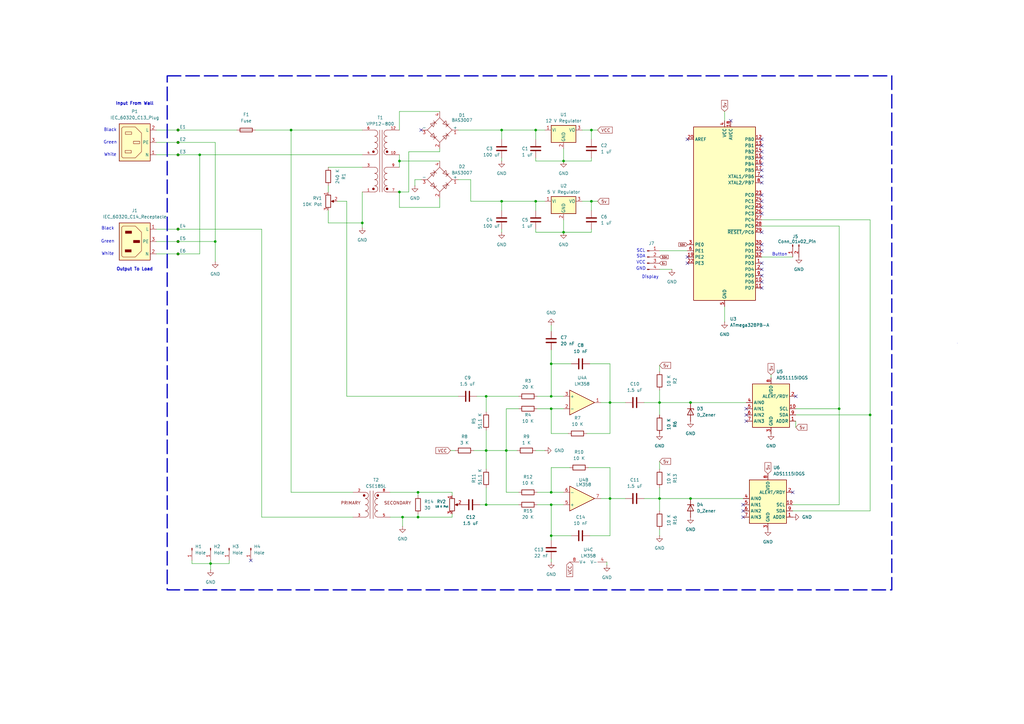
<source format=kicad_sch>
(kicad_sch (version 20250114) (generator "eeschema") (generator_version "9.0")
  (paper "A3")
  (lib_symbols
    (symbol "Amplifier_Operational:LM358" (pin_names (offset 0.127))
      (property "Reference" "U" (at 0 5.08 0))
      (property "Value" "LM358" (at 0 -5.08 0))
      (symbol "LM358_1_1"
        (pin input line (at -7.62 2.54 0) (length 2.54) (name "+") (number "3"))
        (pin input line (at -7.62 -2.54 0) (length 2.54) (name "-") (number "2"))
        (pin output line (at 7.62 0 180) (length 2.54) (name "~") (number "1"))
      )
      (symbol "LM358_2_1"
        (pin input line (at -7.62 2.54 0) (length 2.54) (name "+") (number "5"))
        (pin input line (at -7.62 -2.54 0) (length 2.54) (name "-") (number "6"))
        (pin output line (at 7.62 0 180) (length 2.54) (name "~") (number "7"))
      )
      (symbol "LM358_3_1"
        (pin power_in line (at -2.54 7.62 270) (length 3.81) (name "V+") (number "8"))
        (pin power_in line (at -2.54 -7.62 90) (length 3.81) (name "V-") (number "4"))
      )
    )
    (symbol "Analog_ADC:ADS1115IDGS"
      (property "Reference" "U" (at 2.54 13.97 0))
      (property "Value" "ADS1115IDGS" (at 7.62 11.43 0))
      (symbol "ADS1115IDGS_1_1"
        (pin input line (at -10.16 2.54 0) (length 2.54) (name "AIN0") (number "4"))
        (pin input line (at -10.16 0 0) (length 2.54) (name "AIN1") (number "5"))
        (pin input line (at -10.16 -2.54 0) (length 2.54) (name "AIN2") (number "6"))
        (pin input line (at -10.16 -5.08 0) (length 2.54) (name "AIN3") (number "7"))
        (pin power_in line (at 0 12.7 270) (length 2.54) (name "VDD") (number "8"))
        (pin power_in line (at 0 -10.16 90) (length 2.54) (name "GND") (number "3"))
        (pin output line (at 10.16 5.08 180) (length 2.54) (name "ALERT/RDY") (number "2"))
        (pin input line (at 10.16 0 180) (length 2.54) (name "SCL") (number "10"))
        (pin bidirectional line (at 10.16 -2.54 180) (length 2.54) (name "SDA") (number "9"))
        (pin input line (at 10.16 -5.08 180) (length 2.54) (name "ADDR") (number "1"))
      )
    )
    (symbol "CSE185L:CSE185L" (pin_names (offset 1.016))
      (property "Reference" "T" (at -5.0839 7.6279 0))
      (property "Value" "CSE185L" (at -5.0814 -7.6227 0))
      (symbol "CSE185L_0_0"
        (text "PRIMARY" (at -12.7 0 0) (effects (font (size 1.27 1.27)) (justify left bottom)))
        (text "SECONDARY" (at 5.08 0 0) (effects (font (size 1.27 1.27)) (justify left bottom)))
        (pin passive line (at -7.62 5.08 0) (length 5.08) (name "~") (number "2"))
        (pin passive line (at -7.62 -5.08 0) (length 5.08) (name "~") (number "3"))
        (pin passive line (at 7.62 5.08 180) (length 5.08) (name "~") (number "8"))
        (pin passive line (at 7.62 -5.08 180) (length 5.08) (name "~") (number "5"))
      )
    )
    (symbol "Connector:Conn_01x01_Pin" (pin_names (offset 1.016) (hide yes))
      (property "Reference" "J" (at 0 2.54 0))
      (property "Value" "Conn_01x01_Pin" (at 0 -2.54 0))
      (symbol "Conn_01x01_Pin_1_1"
        (pin passive line (at 5.08 0 180) (length 3.81) (name "Pin_1") (number "1"))
      )
    )
    (symbol "Connector:Conn_01x02_Pin" (pin_names (offset 1.016) (hide yes))
      (property "Reference" "J" (at 0 2.54 0))
      (property "Value" "Conn_01x02_Pin" (at 0 -5.08 0))
      (symbol "Conn_01x02_Pin_1_1"
        (pin passive line (at 5.08 0 180) (length 3.81) (name "Pin_1") (number "1"))
        (pin passive line (at 5.08 -2.54 180) (length 3.81) (name "Pin_2") (number "2"))
      )
    )
    (symbol "Connector:Conn_01x04_Pin" (pin_names (offset 1.016) (hide yes))
      (property "Reference" "J" (at 0 5.08 0))
      (property "Value" "Conn_01x04_Pin" (at 0 -7.62 0))
      (symbol "Conn_01x04_Pin_1_1"
        (pin passive line (at 5.08 2.54 180) (length 3.81) (name "Pin_1") (number "1"))
        (pin passive line (at 5.08 0 180) (length 3.81) (name "Pin_2") (number "2"))
        (pin passive line (at 5.08 -2.54 180) (length 3.81) (name "Pin_3") (number "3"))
        (pin passive line (at 5.08 -5.08 180) (length 3.81) (name "Pin_4") (number "4"))
      )
    )
    (symbol "Connector:IEC_60320_C13_Plug"
      (property "Reference" "P" (at -5.842 8.636 0))
      (property "Value" "IEC_60320_C13_Plug" (at 0.508 -9.144 0))
      (symbol "IEC_60320_C13_Plug_1_1"
        (pin power_in line (at 8.89 5.08 180) (length 2.54) (name "L") (number "2"))
        (pin bidirectional line (at 8.89 0 180) (length 2.54) (name "PE") (number "3"))
        (pin power_in line (at 8.89 -5.08 180) (length 2.54) (name "N") (number "1"))
      )
    )
    (symbol "Connector:IEC_60320_C14_Receptacle"
      (property "Reference" "J" (at -5.842 8.636 0))
      (property "Value" "IEC_60320_C14_Receptacle" (at 0 -9.144 0))
      (symbol "IEC_60320_C14_Receptacle_1_1"
        (pin power_in line (at 8.89 5.08 180) (length 2.54) (name "L") (number "1"))
        (pin bidirectional line (at 8.89 0 180) (length 2.54) (name "PE") (number "3"))
        (pin power_in line (at 8.89 -5.08 180) (length 2.54) (name "N") (number "2"))
      )
    )
    (symbol "Connector:TestPoint_Small" (pin_numbers (hide yes)) (pin_names (offset 0.762) (hide yes))
      (property "Reference" "TP" (at 0 3.81 0))
      (property "Value" "TestPoint_Small" (at 0 2.032 0))
      (symbol "TestPoint_Small_1_1"
        (pin passive line (at 0 0 90) (length 0) (name "1") (number "1"))
      )
    )
    (symbol "Device:C" (pin_numbers (hide yes)) (pin_names (offset 0.254))
      (property "Reference" "C" (at 0.635 2.54 0))
      (property "Value" "C" (at 0.635 -2.54 0))
      (symbol "C_1_1"
        (pin passive line (at 0 3.81 270) (length 2.794) (name "~") (number "1"))
        (pin passive line (at 0 -3.81 90) (length 2.794) (name "~") (number "2"))
      )
    )
    (symbol "Device:D_Zener" (pin_numbers (hide yes)) (pin_names (offset 1.016) (hide yes))
      (property "Reference" "D" (at 0 2.54 0))
      (property "Value" "D_Zener" (at 0 -2.54 0))
      (symbol "D_Zener_1_1"
        (pin passive line (at -3.81 0 0) (length 2.54) (name "K") (number "1"))
        (pin passive line (at 3.81 0 180) (length 2.54) (name "A") (number "2"))
      )
    )
    (symbol "Device:Fuse" (pin_numbers (hide yes)) (pin_names (offset 0))
      (property "Reference" "F" (at 2.032 0 90))
      (property "Value" "Fuse" (at -1.905 0 90))
      (symbol "Fuse_1_1"
        (pin passive line (at 0 3.81 270) (length 1.27) (name "~") (number "1"))
        (pin passive line (at 0 -3.81 90) (length 1.27) (name "~") (number "2"))
      )
    )
    (symbol "Device:R" (pin_numbers (hide yes)) (pin_names (offset 0))
      (property "Reference" "R" (at 2.032 0 90))
      (property "Value" "R" (at 0 0 90))
      (symbol "R_1_1"
        (pin passive line (at 0 3.81 270) (length 1.27) (name "~") (number "1"))
        (pin passive line (at 0 -3.81 90) (length 1.27) (name "~") (number "2"))
      )
    )
    (symbol "Device:R_Potentiometer" (pin_names (offset 1.016) (hide yes))
      (property "Reference" "RV" (at -4.445 0 90))
      (property "Value" "R_Potentiometer" (at -2.54 0 90))
      (symbol "R_Potentiometer_1_1"
        (pin passive line (at 0 3.81 270) (length 1.27) (name "1") (number "1"))
        (pin passive line (at 0 -3.81 90) (length 1.27) (name "3") (number "3"))
        (pin passive line (at 3.81 0 180) (length 1.27) (name "2") (number "2"))
      )
    )
    (symbol "Diode_Bridge:W04G" (pin_names (offset 0))
      (property "Reference" "D" (at 2.54 6.985 0))
      (property "Value" "W04G" (at 2.54 5.08 0))
      (symbol "W04G_1_1"
        (pin passive line (at -7.62 0 0) (length 2.54) (name "-") (number "3"))
        (pin passive line (at 0 7.62 270) (length 2.54) (name "~") (number "4"))
        (pin passive line (at 0 -7.62 90) (length 2.54) (name "~") (number "2"))
        (pin passive line (at 7.62 0 180) (length 2.54) (name "+") (number "1"))
      )
    )
    (symbol "MCU_Microchip_ATmega:ATmega328PB-A"
      (property "Reference" "U" (at -12.7 36.83 0))
      (property "Value" "ATmega328PB-A" (at 2.54 -36.83 0))
      (symbol "ATmega328PB-A_1_1"
        (pin passive line (at -15.24 30.48 0) (length 2.54) (name "AREF") (number "20"))
        (pin bidirectional line (at -15.24 -12.7 0) (length 2.54) (name "PE0") (number "3"))
        (pin bidirectional line (at -15.24 -15.24 0) (length 2.54) (name "PE1") (number "6"))
        (pin bidirectional line (at -15.24 -17.78 0) (length 2.54) (name "PE2") (number "19"))
        (pin bidirectional line (at -15.24 -20.32 0) (length 2.54) (name "PE3") (number "22"))
        (pin power_in line (at 0 38.1 270) (length 2.54) (name "VCC") (number "4"))
        (pin passive line (at 0 -38.1 90) (length 2.54) (hide yes) (name "GND") (number "21"))
        (pin power_in line (at 0 -38.1 90) (length 2.54) (name "GND") (number "5"))
        (pin power_in line (at 2.54 38.1 270) (length 2.54) (name "AVCC") (number "18"))
        (pin bidirectional line (at 15.24 30.48 180) (length 2.54) (name "PB0") (number "12"))
        (pin bidirectional line (at 15.24 27.94 180) (length 2.54) (name "PB1") (number "13"))
        (pin bidirectional line (at 15.24 25.4 180) (length 2.54) (name "PB2") (number "14"))
        (pin bidirectional line (at 15.24 22.86 180) (length 2.54) (name "PB3") (number "15"))
        (pin bidirectional line (at 15.24 20.32 180) (length 2.54) (name "PB4") (number "16"))
        (pin bidirectional line (at 15.24 17.78 180) (length 2.54) (name "PB5") (number "17"))
        (pin bidirectional line (at 15.24 15.24 180) (length 2.54) (name "XTAL1/PB6") (number "7"))
        (pin bidirectional line (at 15.24 12.7 180) (length 2.54) (name "XTAL2/PB7") (number "8"))
        (pin bidirectional line (at 15.24 7.62 180) (length 2.54) (name "PC0") (number "23"))
        (pin bidirectional line (at 15.24 5.08 180) (length 2.54) (name "PC1") (number "24"))
        (pin bidirectional line (at 15.24 2.54 180) (length 2.54) (name "PC2") (number "25"))
        (pin bidirectional line (at 15.24 0 180) (length 2.54) (name "PC3") (number "26"))
        (pin bidirectional line (at 15.24 -2.54 180) (length 2.54) (name "PC4") (number "27"))
        (pin bidirectional line (at 15.24 -5.08 180) (length 2.54) (name "PC5") (number "28"))
        (pin bidirectional line (at 15.24 -7.62 180) (length 2.54) (name "~{RESET}/PC6") (number "29"))
        (pin bidirectional line (at 15.24 -12.7 180) (length 2.54) (name "PD0") (number "30"))
        (pin bidirectional line (at 15.24 -15.24 180) (length 2.54) (name "PD1") (number "31"))
        (pin bidirectional line (at 15.24 -17.78 180) (length 2.54) (name "PD2") (number "32"))
        (pin bidirectional line (at 15.24 -20.32 180) (length 2.54) (name "PD3") (number "1"))
        (pin bidirectional line (at 15.24 -22.86 180) (length 2.54) (name "PD4") (number "2"))
        (pin bidirectional line (at 15.24 -25.4 180) (length 2.54) (name "PD5") (number "9"))
        (pin bidirectional line (at 15.24 -27.94 180) (length 2.54) (name "PD6") (number "10"))
        (pin bidirectional line (at 15.24 -30.48 180) (length 2.54) (name "PD7") (number "11"))
      )
    )
    (symbol "Regulator_Linear:LF15_TO220" (pin_names (offset 0.254))
      (property "Reference" "U" (at -3.81 3.175 0))
      (property "Value" "LF15_TO220" (at 0 3.175 0))
      (symbol "LF15_TO220_1_1"
        (pin power_in line (at -7.62 0 0) (length 2.54) (name "VI") (number "1"))
        (pin power_in line (at 0 -7.62 90) (length 2.54) (name "GND") (number "2"))
        (pin power_out line (at 7.62 0 180) (length 2.54) (name "VO") (number "3"))
      )
    )
    (symbol "VPP12-800:VPP12-800" (pin_names (offset 1.016))
      (property "Reference" "T" (at -5.0839 15.2479 0))
      (property "Value" "VPP12-800" (at -5.0814 -17.7827 0))
      (symbol "VPP12-800_0_0"
        (pin passive line (at -7.62 12.7 0) (length 5.08) (name "~") (number "6"))
        (pin passive line (at -7.62 2.54 0) (length 5.08) (name "~") (number "4"))
        (pin passive line (at -7.62 -2.54 0) (length 5.08) (name "~") (number "3"))
        (pin passive line (at -7.62 -12.7 0) (length 5.08) (name "~") (number "1"))
        (pin passive line (at 7.62 12.7 180) (length 5.08) (name "~") (number "12"))
        (pin passive line (at 7.62 2.54 180) (length 5.08) (name "~") (number "10"))
        (pin passive line (at 7.62 -2.54 180) (length 5.08) (name "~") (number "9"))
        (pin passive line (at 7.62 -12.7 180) (length 5.08) (name "~") (number "7"))
      )
    )
    (symbol "power:GND" (power) (pin_numbers (hide yes)) (pin_names (offset 0) (hide yes))
      (property "Value" "GND" (at 0 -3.81 0))
      (symbol "GND_1_1"
        (pin power_in line (at 0 0 270) (length 0) (name "~") (number "1"))
      )
    )
  )
  (rectangle (start 68.58 31.115) (end 365.76 241.935) (stroke (width 0.508) (type dash)))
  (rectangle (start 392.684 140.716) (end 392.684 140.716))
  (text "Black" (at 44.196 93.726 0) (effects (font (size 1.27 1.27))))
  (text "SDA\n" (at 262.89 105.156 0) (effects (font (size 1.27 1.27))))
  (text "Green" (at 44.196 99.06 0) (effects (font (size 1.27 1.27))))
  (text "Black" (at 45.212 53.34 0) (effects (font (size 1.27 1.27))))
  (text "Button" (at 319.786 104.394 0) (effects (font (size 1.27 1.27))))
  (text "White" (at 44.196 104.14 0) (effects (font (size 1.27 1.27))))
  (text "SCL\n" (at 262.89 102.87 0) (effects (font (size 1.27 1.27))))
  (text "Input From Wall" (at 55.245 42.545 0) (effects (font (size 1.27 1.27) (thickness 0.254) (bold yes))))
  (text "VCC\n" (at 262.89 107.696 0) (effects (font (size 1.27 1.27))))
  (text "GND\n" (at 262.89 110.236 0) (effects (font (size 1.27 1.27))))
  (text "White" (at 45.212 63.5 0) (effects (font (size 1.27 1.27))))
  (text "Display\n" (at 266.7 113.665 0) (effects (font (size 1.27 1.27))))
  (text "Output To Load\n" (at 55.245 110.49 0) (effects (font (size 1.27 1.27) (thickness 0.254) (bold yes))))
  (text "Green" (at 45.212 58.42 0) (effects (font (size 1.27 1.27))))
  (junction (at 356.87 170.18))
  (junction (at 119.38 53.34))
  (junction (at 73.025 93.98))
  (junction (at 73.025 104.14))
  (junction (at 199.39 162.56))
  (junction (at 73.025 99.06))
  (junction (at 205.74 53.34))
  (junction (at 219.71 53.34))
  (junction (at 226.06 167.64))
  (junction (at 270.51 204.47))
  (junction (at 73.025 63.5))
  (junction (at 270.51 165.1))
  (junction (at 163.83 78.74))
  (junction (at 226.06 162.56))
  (junction (at 171.45 201.93))
  (junction (at 199.39 184.785))
  (junction (at 81.915 63.5))
  (junction (at 226.06 207.01))
  (junction (at 148.59 91.44))
  (junction (at 242.57 53.34))
  (junction (at 283.21 165.1))
  (junction (at 165.1 212.09))
  (junction (at 344.17 167.64))
  (junction (at 231.14 95.25))
  (junction (at 283.21 204.47))
  (junction (at 199.39 207.01))
  (junction (at 163.83 66.04))
  (junction (at 88.265 99.06))
  (junction (at 242.57 82.55))
  (junction (at 73.025 58.42))
  (junction (at 86.36 231.14))
  (junction (at 73.025 53.34))
  (junction (at 231.14 66.04))
  (junction (at 250.19 204.47))
  (junction (at 205.74 82.55))
  (junction (at 171.45 212.09))
  (junction (at 226.06 201.93))
  (junction (at 219.71 82.55))
  (junction (at 250.19 165.1))
  (junction (at 207.645 184.785))
  (junction (at 226.06 219.71))
  (junction (at 226.06 149.225))
  (no_connect (at 312.42 67.31))
  (no_connect (at 312.42 115.57))
  (no_connect (at 312.42 62.23))
  (no_connect (at 312.42 59.69))
  (no_connect (at 281.94 105.41))
  (no_connect (at 312.42 102.87))
  (no_connect (at 312.42 110.49))
  (no_connect (at 312.42 118.11))
  (no_connect (at 306.07 170.18))
  (no_connect (at 312.42 69.85))
  (no_connect (at 312.42 113.03))
  (no_connect (at 312.42 80.01))
  (no_connect (at 312.42 57.15))
  (no_connect (at 326.39 162.56))
  (no_connect (at 102.87 229.87))
  (no_connect (at 312.42 72.39))
  (no_connect (at 304.8 212.09))
  (no_connect (at 172.72 53.34))
  (no_connect (at 304.8 209.55))
  (no_connect (at 312.42 85.09))
  (no_connect (at 312.42 107.95))
  (no_connect (at 299.72 49.53))
  (no_connect (at 304.8 207.01))
  (no_connect (at 281.94 57.15))
  (no_connect (at 281.94 107.95))
  (no_connect (at 312.42 87.63))
  (no_connect (at 312.42 95.25))
  (no_connect (at 312.42 82.55))
  (no_connect (at 312.42 74.93))
  (no_connect (at 306.07 172.72))
  (no_connect (at 312.42 64.77))
  (no_connect (at 312.42 100.33))
  (no_connect (at 325.12 201.93))
  (no_connect (at 306.07 167.64))
  (wire (pts (xy 240.665 177.8) (xy 250.19 177.8)))
  (wire (pts (xy 297.18 45.72) (xy 297.18 49.53)))
  (wire (pts (xy 207.645 201.93) (xy 212.725 201.93)))
  (wire (pts (xy 163.83 53.34) (xy 163.83 45.72)))
  (wire (pts (xy 170.18 73.66) (xy 170.18 76.2)))
  (wire (pts (xy 226.06 207.01) (xy 226.06 219.71)))
  (wire (pts (xy 270.51 160.02) (xy 270.51 165.1)))
  (wire (pts (xy 356.87 90.17) (xy 356.87 170.18)))
  (wire (pts (xy 226.06 207.01) (xy 231.14 207.01)))
  (wire (pts (xy 86.36 231.14) (xy 93.98 231.14)))
  (wire (pts (xy 163.83 85.09) (xy 180.34 85.09)))
  (wire (pts (xy 344.17 167.64) (xy 326.39 167.64)))
  (wire (pts (xy 163.83 45.72) (xy 180.34 45.72)))
  (wire (pts (xy 64.135 58.42) (xy 73.025 58.42)))
  (wire (pts (xy 199.39 162.56) (xy 212.725 162.56)))
  (wire (pts (xy 219.71 82.55) (xy 223.52 82.55)))
  (wire (pts (xy 185.42 210.82) (xy 185.42 212.09)))
  (wire (pts (xy 171.45 201.93) (xy 185.42 201.93)))
  (wire (pts (xy 193.04 82.55) (xy 205.74 82.55)))
  (wire (pts (xy 219.71 53.34) (xy 223.52 53.34)))
  (wire (pts (xy 199.39 184.785) (xy 207.645 184.785)))
  (wire (pts (xy 344.17 92.71) (xy 312.42 92.71)))
  (wire (pts (xy 138.43 82.55) (xy 142.24 82.55)))
  (wire (pts (xy 205.74 86.36) (xy 205.74 82.55)))
  (wire (pts (xy 270.51 165.1) (xy 283.21 165.1)))
  (wire (pts (xy 187.96 73.66) (xy 193.04 73.66)))
  (wire (pts (xy 64.135 53.34) (xy 73.025 53.34)))
  (wire (pts (xy 172.72 73.66) (xy 170.18 73.66)))
  (wire (pts (xy 107.315 212.09) (xy 107.315 93.98)))
  (wire (pts (xy 246.38 204.47) (xy 250.19 204.47)))
  (wire (pts (xy 226.06 219.71) (xy 226.06 221.615)))
  (wire (pts (xy 325.12 209.55) (xy 356.87 209.55)))
  (wire (pts (xy 344.17 92.71) (xy 344.17 167.64)))
  (wire (pts (xy 194.31 184.785) (xy 199.39 184.785)))
  (wire (pts (xy 73.025 53.34) (xy 97.155 53.34)))
  (wire (pts (xy 88.265 107.315) (xy 88.265 99.06)))
  (wire (pts (xy 226.06 191.77) (xy 233.68 191.77)))
  (wire (pts (xy 81.915 63.5) (xy 148.59 63.5)))
  (wire (pts (xy 196.85 207.01) (xy 199.39 207.01)))
  (wire (pts (xy 270.51 165.1) (xy 270.51 170.18)))
  (wire (pts (xy 163.83 85.09) (xy 163.83 78.74)))
  (wire (pts (xy 270.51 217.17) (xy 270.51 219.71)))
  (wire (pts (xy 199.39 200.025) (xy 199.39 207.01)))
  (wire (pts (xy 226.06 167.64) (xy 226.06 177.8)))
  (wire (pts (xy 250.19 204.47) (xy 256.54 204.47)))
  (wire (pts (xy 207.645 167.64) (xy 207.645 184.785)))
  (wire (pts (xy 248.92 230.505) (xy 248.92 231.775)))
  (wire (pts (xy 134.62 68.58) (xy 148.59 68.58)))
  (wire (pts (xy 86.36 229.87) (xy 86.36 231.14)))
  (wire (pts (xy 93.98 231.14) (xy 93.98 229.87)))
  (wire (pts (xy 73.025 93.98) (xy 64.135 93.98)))
  (wire (pts (xy 219.71 53.34) (xy 219.71 57.15)))
  (wire (pts (xy 242.57 66.04) (xy 242.57 64.77)))
  (wire (pts (xy 275.59 110.49) (xy 270.51 110.49)))
  (wire (pts (xy 163.83 63.5) (xy 163.83 66.04)))
  (wire (pts (xy 242.57 95.25) (xy 242.57 93.98)))
  (wire (pts (xy 142.24 82.55) (xy 142.24 162.56)))
  (wire (pts (xy 270.51 102.87) (xy 281.94 102.87)))
  (wire (pts (xy 326.39 172.72) (xy 326.39 175.26)))
  (wire (pts (xy 185.42 201.93) (xy 185.42 203.2)))
  (wire (pts (xy 207.645 184.785) (xy 207.645 201.93)))
  (wire (pts (xy 81.915 104.14) (xy 81.915 63.5)))
  (wire (pts (xy 163.83 78.74) (xy 167.64 78.74)))
  (wire (pts (xy 144.78 201.93) (xy 119.38 201.93)))
  (wire (pts (xy 270.51 200.025) (xy 270.51 204.47)))
  (wire (pts (xy 264.16 165.1) (xy 270.51 165.1)))
  (wire (pts (xy 199.39 207.01) (xy 212.725 207.01)))
  (wire (pts (xy 205.74 82.55) (xy 219.71 82.55)))
  (wire (pts (xy 312.42 105.41) (xy 325.12 105.41)))
  (wire (pts (xy 241.3 191.77) (xy 250.19 191.77)))
  (wire (pts (xy 245.11 82.55) (xy 242.57 82.55)))
  (wire (pts (xy 78.74 229.87) (xy 78.74 231.14)))
  (wire (pts (xy 325.12 207.01) (xy 344.17 207.01)))
  (wire (pts (xy 250.19 165.1) (xy 250.19 177.8)))
  (wire (pts (xy 226.06 143.51) (xy 226.06 149.225)))
  (wire (pts (xy 226.06 219.71) (xy 234.315 219.71)))
  (wire (pts (xy 231.14 95.25) (xy 242.57 95.25)))
  (wire (pts (xy 326.39 170.18) (xy 356.87 170.18)))
  (wire (pts (xy 187.96 53.34) (xy 205.74 53.34)))
  (wire (pts (xy 270.51 204.47) (xy 283.21 204.47)))
  (wire (pts (xy 199.39 176.53) (xy 199.39 184.785)))
  (wire (pts (xy 64.135 99.06) (xy 73.025 99.06)))
  (wire (pts (xy 219.71 64.77) (xy 219.71 66.04)))
  (wire (pts (xy 231.14 90.17) (xy 231.14 95.25)))
  (wire (pts (xy 134.62 91.44) (xy 148.59 91.44)))
  (wire (pts (xy 205.74 64.77) (xy 205.74 66.04)))
  (wire (pts (xy 220.345 167.64) (xy 226.06 167.64)))
  (wire (pts (xy 226.06 167.64) (xy 231.14 167.64)))
  (wire (pts (xy 219.71 95.25) (xy 219.71 93.98)))
  (wire (pts (xy 231.14 66.04) (xy 242.57 66.04)))
  (wire (pts (xy 167.64 62.23) (xy 180.34 62.23)))
  (wire (pts (xy 270.51 189.23) (xy 270.51 192.405)))
  (wire (pts (xy 219.71 184.785) (xy 223.52 184.785)))
  (wire (pts (xy 250.19 165.1) (xy 250.19 149.225)))
  (wire (pts (xy 242.57 82.55) (xy 238.76 82.55)))
  (wire (pts (xy 344.17 167.64) (xy 344.17 207.01)))
  (wire (pts (xy 242.57 82.55) (xy 242.57 86.36)))
  (wire (pts (xy 163.83 66.04) (xy 163.83 68.58)))
  (wire (pts (xy 250.19 165.1) (xy 256.54 165.1)))
  (wire (pts (xy 219.71 82.55) (xy 219.71 86.36)))
  (wire (pts (xy 185.42 212.09) (xy 171.45 212.09)))
  (wire (pts (xy 264.16 204.47) (xy 270.51 204.47)))
  (wire (pts (xy 119.38 53.34) (xy 148.59 53.34)))
  (wire (pts (xy 134.62 76.2) (xy 134.62 78.74)))
  (wire (pts (xy 73.025 99.06) (xy 88.265 99.06)))
  (wire (pts (xy 184.785 184.785) (xy 186.69 184.785)))
  (wire (pts (xy 165.1 212.09) (xy 165.1 215.9)))
  (wire (pts (xy 220.345 207.01) (xy 226.06 207.01)))
  (wire (pts (xy 195.58 162.56) (xy 199.39 162.56)))
  (wire (pts (xy 270.51 204.47) (xy 270.51 209.55)))
  (wire (pts (xy 241.935 219.71) (xy 250.19 219.71)))
  (wire (pts (xy 148.59 91.44) (xy 148.59 93.345)))
  (wire (pts (xy 180.34 62.23) (xy 180.34 60.96)))
  (wire (pts (xy 242.57 57.15) (xy 242.57 53.34)))
  (wire (pts (xy 220.345 162.56) (xy 226.06 162.56)))
  (wire (pts (xy 226.06 149.225) (xy 234.315 149.225)))
  (wire (pts (xy 171.45 201.93) (xy 171.45 203.2)))
  (wire (pts (xy 134.62 86.36) (xy 134.62 91.44)))
  (wire (pts (xy 180.34 85.09) (xy 180.34 81.28)))
  (wire (pts (xy 205.74 53.34) (xy 205.74 57.15)))
  (wire (pts (xy 160.02 201.93) (xy 171.45 201.93)))
  (wire (pts (xy 220.345 201.93) (xy 226.06 201.93)))
  (wire (pts (xy 242.57 53.34) (xy 245.11 53.34)))
  (wire (pts (xy 250.19 204.47) (xy 250.19 219.71)))
  (wire (pts (xy 231.14 162.56) (xy 226.06 162.56)))
  (wire (pts (xy 356.87 90.17) (xy 312.42 90.17)))
  (wire (pts (xy 205.74 53.34) (xy 219.71 53.34)))
  (wire (pts (xy 226.06 149.225) (xy 226.06 162.56)))
  (wire (pts (xy 219.71 95.25) (xy 231.14 95.25)))
  (wire (pts (xy 107.315 93.98) (xy 73.025 93.98)))
  (wire (pts (xy 64.135 104.14) (xy 73.025 104.14)))
  (wire (pts (xy 231.14 60.96) (xy 231.14 66.04)))
  (wire (pts (xy 270.51 149.86) (xy 270.51 152.4)))
  (wire (pts (xy 144.78 212.09) (xy 107.315 212.09)))
  (wire (pts (xy 356.87 170.18) (xy 356.87 209.55)))
  (wire (pts (xy 165.1 212.09) (xy 160.02 212.09)))
  (wire (pts (xy 226.06 191.77) (xy 226.06 201.93)))
  (wire (pts (xy 163.83 66.04) (xy 180.34 66.04)))
  (wire (pts (xy 283.21 204.47) (xy 304.8 204.47)))
  (wire (pts (xy 64.135 63.5) (xy 73.025 63.5)))
  (wire (pts (xy 207.645 184.785) (xy 212.09 184.785)))
  (wire (pts (xy 207.645 167.64) (xy 212.725 167.64)))
  (wire (pts (xy 88.265 58.42) (xy 88.265 99.06)))
  (wire (pts (xy 88.265 58.42) (xy 73.025 58.42)))
  (wire (pts (xy 73.025 63.5) (xy 81.915 63.5)))
  (wire (pts (xy 226.06 201.93) (xy 231.14 201.93)))
  (wire (pts (xy 86.36 231.14) (xy 86.36 233.68)))
  (wire (pts (xy 73.025 104.14) (xy 81.915 104.14)))
  (wire (pts (xy 199.39 184.785) (xy 199.39 192.405)))
  (wire (pts (xy 199.39 162.56) (xy 199.39 168.91)))
  (wire (pts (xy 250.19 191.77) (xy 250.19 204.47)))
  (wire (pts (xy 283.21 165.1) (xy 306.07 165.1)))
  (wire (pts (xy 250.19 149.225) (xy 241.935 149.225)))
  (wire (pts (xy 171.45 212.09) (xy 165.1 212.09)))
  (wire (pts (xy 219.71 66.04) (xy 231.14 66.04)))
  (wire (pts (xy 148.59 91.44) (xy 148.59 78.74)))
  (wire (pts (xy 171.45 210.82) (xy 171.45 212.09)))
  (wire (pts (xy 226.06 133.35) (xy 226.06 135.89)))
  (wire (pts (xy 226.06 177.8) (xy 233.045 177.8)))
  (wire (pts (xy 250.19 165.1) (xy 246.38 165.1)))
  (wire (pts (xy 119.38 201.93) (xy 119.38 53.34)))
  (wire (pts (xy 142.24 162.56) (xy 187.96 162.56)))
  (wire (pts (xy 316.23 153.67) (xy 316.23 154.94)))
  (wire (pts (xy 104.775 53.34) (xy 119.38 53.34)))
  (wire (pts (xy 167.64 78.74) (xy 167.64 62.23)))
  (wire (pts (xy 193.04 73.66) (xy 193.04 82.55)))
  (wire (pts (xy 226.06 230.505) (xy 226.06 229.235)))
  (wire (pts (xy 205.74 95.25) (xy 205.74 93.98)))
  (wire (pts (xy 242.57 53.34) (xy 238.76 53.34)))
  (wire (pts (xy 297.18 132.08) (xy 297.18 125.73)))
  (wire (pts (xy 78.74 231.14) (xy 86.36 231.14)))
  (global_label "5v" (shape input) (at 316.23 153.67 90) (property "Intersheetrefs" "${INTERSHEET_REFS}" (effects (hide yes))))
  (global_label "SDA" (shape input) (at 270.51 105.41 0) (effects (font (size 0.762 0.762))) (property "Intersheetrefs" "${INTERSHEET_REFS}" (effects (hide yes))))
  (global_label "5v" (shape input) (at 326.39 175.26 0) (property "Intersheetrefs" "${INTERSHEET_REFS}" (effects (hide yes))))
  (global_label "5v" (shape input) (at 245.11 82.55 0) (property "Intersheetrefs" "${INTERSHEET_REFS}" (effects (hide yes))))
  (global_label "VCC" (shape input) (at 184.785 184.785 180) (property "Intersheetrefs" "${INTERSHEET_REFS}" (effects (hide yes))))
  (global_label "VCC" (shape input) (at 245.11 53.34 0) (property "Intersheetrefs" "${INTERSHEET_REFS}" (effects (hide yes))))
  (global_label "SDA" (shape input) (at 281.94 100.33 180) (effects (font (size 0.762 0.762))) (property "Intersheetrefs" "${INTERSHEET_REFS}" (effects (hide yes))))
  (global_label "5v" (shape input) (at 297.18 45.72 90) (property "Intersheetrefs" "${INTERSHEET_REFS}" (effects (hide yes))))
  (global_label "5v" (shape input) (at 314.96 194.31 90) (property "Intersheetrefs" "${INTERSHEET_REFS}" (effects (hide yes))))
  (global_label "5v" (shape input) (at 270.51 189.23 0) (property "Intersheetrefs" "${INTERSHEET_REFS}" (effects (hide yes))))
  (global_label "VCC" (shape input) (at 233.68 230.505 270) (property "Intersheetrefs" "${INTERSHEET_REFS}" (effects (hide yes))))
  (global_label "5v" (shape input) (at 270.51 149.86 0) (property "Intersheetrefs" "${INTERSHEET_REFS}" (effects (hide yes))))
  (global_label "5v" (shape input) (at 270.51 107.95 0) (effects (font (size 0.762 0.762))) (property "Intersheetrefs" "${INTERSHEET_REFS}" (effects (hide yes))))
  (symbol (lib_id "power:GND") (at 248.92 231.775 0) (unit 1)
    (property "Reference" "#PWR011" (effects (hide yes)))
    (property "Value" "GND" (at 248.92 236.855 0))
    (property "Description" "Power symbol creates a global label with name \"GND\" , ground" (effects (hide yes)))
  )
  (symbol (lib_id "Connector:Conn_01x01_Pin") (at 102.87 224.79 270) (unit 1)
    (property "Reference" "H4" (at 104.14 224.1549 90) (effects (justify left)))
    (property "Value" "Hole" (at 104.14 226.6949 90) (effects (justify left)))
    (property "Footprint" "Connector_Wire:SolderWire-2sqmm_1x01_D2mm_OD3.9mm" (effects (hide yes)))
    (property "Description" "Generic connector, single row, 01x01, script generated" (effects (hide yes)))
  )
  (symbol (lib_id "Device:Fuse") (at 100.965 53.34 90) (unit 1)
    (property "Reference" "F1" (at 100.965 46.99 90))
    (property "Value" "Fuse" (at 100.965 49.53 90))
    (property "Footprint" "Fuse:Fuseholder_Keystone_3555-2" (effects (hide yes)))
    (property "Description" "Fuse" (effects (hide yes)))
  )
  (symbol (lib_id "Connector:Conn_01x01_Pin") (at 93.98 224.79 270) (unit 1)
    (property "Reference" "H3" (at 95.25 224.1549 90) (effects (justify left)))
    (property "Value" "Hole" (at 95.25 226.6949 90) (effects (justify left)))
    (property "Footprint" "Connector_Wire:SolderWire-2sqmm_1x01_D2mm_OD3.9mm" (effects (hide yes)))
    (property "Description" "Generic connector, single row, 01x01, script generated" (effects (hide yes)))
  )
  (symbol (lib_id "CSE185L:CSE185L") (at 152.4 207.01 0) (unit 1)
    (property "Reference" "T2" (at 154.2045 196.85 0))
    (property "Value" "CSE185L" (at 154.2045 199.39 0))
    (property "Footprint" "Custom Transformers:XFMR_CSE185L" (effects (hide yes)))
    (property "PARTREV" "N/A" (effects (hide yes)))
    (property "MANUFACTURER" "TRIAD" (effects (hide yes)))
    (property "STANDARD" "Manufacturer Recommendation" (effects (hide yes)))
  )
  (symbol (lib_id "power:GND") (at 148.59 93.345 0) (unit 1)
    (property "Reference" "#PWR023" (effects (hide yes)))
    (property "Value" "GND" (at 148.59 98.425 0))
    (property "Description" "Power symbol creates a global label with name \"GND\" , ground" (effects (hide yes)))
  )
  (symbol (lib_id "Connector:IEC_60320_C13_Plug") (at 55.245 58.42 0) (unit 1)
    (property "Reference" "P1" (at 55.245 45.72 0))
    (property "Value" "IEC_60320_C13_Plug" (at 55.245 48.26 0))
    (property "Description" "C13 Plug, 10A max" (effects (hide yes)))
  )
  (symbol (lib_id "Device:R") (at 216.535 162.56 90) (unit 1)
    (property "Reference" "R3" (at 216.535 156.21 90))
    (property "Value" "20 K" (at 216.535 158.75 90))
    (property "Footprint" "Resistor_SMD:R_0603_1608Metric" (effects (hide yes)))
    (property "Description" "Resistor" (effects (hide yes)))
  )
  (symbol (lib_id "Diode_Bridge:W04G") (at 180.34 53.34 0) (unit 1)
    (property "Reference" "D1" (at 189.484 47.244 0))
    (property "Value" "BAS3007" (at 189.484 49.276 0))
    (property "Footprint" "Package_TO_SOT_SMD:SOT-143" (effects (hide yes)))
    (property "Datasheet" "https://www.vishay.com/docs/88769/woo5g.pdf" (effects (hide yes)))
    (property "Description" "Glass Passivated Single-Phase Bridge Rectifier, 280V Vrms, 1.5A If, WOG package" (effects (hide yes)))
  )
  (symbol (lib_id "Connector:Conn_01x01_Pin") (at 78.74 224.79 270) (unit 1)
    (property "Reference" "H1" (at 80.01 224.1549 90) (effects (justify left)))
    (property "Value" "Hole" (at 80.01 226.6949 90) (effects (justify left)))
    (property "Footprint" "Connector_Wire:SolderWire-2sqmm_1x01_D2mm_OD3.9mm" (effects (hide yes)))
    (property "Description" "Generic connector, single row, 01x01, script generated" (effects (hide yes)))
  )
  (symbol (lib_id "Device:C") (at 219.71 60.96 0) (unit 1)
    (property "Reference" "C1" (at 213.995 60.96 0) (effects (justify left)))
    (property "Value" "1 uF" (at 213.995 63.5 0) (effects (justify left)))
    (property "Footprint" "Capacitor_SMD:C_0805_2012Metric_Pad1.18x1.45mm_HandSolder" (effects (hide yes)))
    (property "Description" "Unpolarized capacitor" (effects (hide yes)))
  )
  (symbol (lib_id "Analog_ADC:ADS1115IDGS") (at 316.23 167.64 0) (unit 1)
    (property "Reference" "U5" (at 318.4241 152.4 0) (effects (justify left)))
    (property "Value" "ADS1115IDGS" (at 318.4241 154.94 0) (effects (justify left)))
    (property "Footprint" "Package_SO:TSSOP-10_3x3mm_P0.5mm" (effects (hide yes)))
    (property "Datasheet" "http://www.ti.com/lit/ds/symlink/ads1113.pdf" (effects (hide yes)))
    (property "Description" "Ultra-Small, Low-Power, I2C-Compatible, 860-SPS, 16-Bit ADCs With Internal Reference, Oscillator, and Programmable Comparator, VSSOP-10" (effects (hide yes)))
  )
  (symbol (lib_id "power:GND") (at 283.21 212.09 0) (unit 1)
    (property "Reference" "#PWR016" (effects (hide yes)))
    (property "Value" "GND" (at 283.21 217.17 0))
    (property "Description" "Power symbol creates a global label with name \"GND\" , ground" (effects (hide yes)))
  )
  (symbol (lib_id "Regulator_Linear:LF15_TO220") (at 231.14 82.55 0) (unit 1)
    (property "Reference" "U2" (at 231.14 76.2 0))
    (property "Value" "5 V Regulator" (at 231.14 78.74 0))
    (property "Footprint" "Package_TO_SOT_THT:TO-220-3_Vertical" (effects (hide yes)))
    (property "Datasheet" "http://www.st.com/content/ccc/resource/technical/document/datasheet/c4/0e/7e/2a/be/bc/4c/bd/CD00000546.pdf/files/CD00000546.pdf/jcr:content/translations/en.CD00000546.pdf" (effects (hide yes)))
    (property "Description" "Low-drop Voltage Regulator, Io up to 500mA, Fixed Vo 1.5V, TO-220" (effects (hide yes)))
  )
  (symbol (lib_id "power:GND") (at 270.51 219.71 0) (unit 1)
    (property "Reference" "#PWR020" (effects (hide yes)))
    (property "Value" "GND" (at 270.51 224.79 0))
    (property "Description" "Power symbol creates a global label with name \"GND\" , ground" (effects (hide yes)))
  )
  (symbol (lib_id "Connector:Conn_01x01_Pin") (at 86.36 224.79 270) (unit 1)
    (property "Reference" "H2" (at 87.63 224.1549 90) (effects (justify left)))
    (property "Value" "Hole" (at 87.63 226.6949 90) (effects (justify left)))
    (property "Footprint" "Connector_Wire:SolderWire-2sqmm_1x01_D2mm_OD3.9mm" (effects (hide yes)))
    (property "Description" "Generic connector, single row, 01x01, script generated" (effects (hide yes)))
  )
  (symbol (lib_id "Device:C") (at 205.74 90.17 0) (unit 1)
    (property "Reference" "C4" (at 199.39 90.17 0) (effects (justify left)))
    (property "Value" "100 uF" (at 198.12 92.71 0) (effects (justify left)))
    (property "Footprint" "Capacitor_THT:CP_Radial_D10.0mm_P5.00mm" (effects (hide yes)))
    (property "Description" "Unpolarized capacitor" (effects (hide yes)))
  )
  (symbol (lib_id "power:GND") (at 88.265 107.315 0) (unit 1)
    (property "Reference" "#PWR024" (effects (hide yes)))
    (property "Value" "GND" (at 88.265 112.395 0))
    (property "Description" "Power symbol creates a global label with name \"GND\" , ground" (effects (hide yes)))
  )
  (symbol (lib_id "Device:C") (at 205.74 60.96 0) (unit 1)
    (property "Reference" "C3" (at 199.39 60.96 0) (effects (justify left)))
    (property "Value" "100 uF" (at 198.12 63.5 0) (effects (justify left)))
    (property "Footprint" "Capacitor_THT:CP_Radial_D10.0mm_P5.00mm" (effects (hide yes)))
    (property "Description" "Unpolarized capacitor" (effects (hide yes)))
  )
  (symbol (lib_id "power:GND") (at 325.12 212.09 90) (unit 1)
    (property "Reference" "#PWR017" (effects (hide yes)))
    (property "Value" "GND" (at 328.93 212.0899 90) (effects (justify right)))
    (property "Description" "Power symbol creates a global label with name \"GND\" , ground" (effects (hide yes)))
  )
  (symbol (lib_id "Device:R") (at 270.51 196.215 0) (unit 1)
    (property "Reference" "R13" (at 276.86 196.215 90))
    (property "Value" "10 K" (at 274.32 196.215 90))
    (property "Footprint" "Resistor_SMD:R_0603_1608Metric" (effects (hide yes)))
    (property "Description" "Resistor" (effects (hide yes)))
  )
  (symbol (lib_id "Device:R") (at 134.62 72.39 0) (mirror x) (unit 1)
    (property "Reference" "R1" (at 140.97 72.39 90))
    (property "Value" "240 K" (at 138.43 72.39 90))
    (property "Footprint" "Resistor_SMD:R_1210_3225Metric" (effects (hide yes)))
    (property "Description" "Resistor" (effects (hide yes)))
  )
  (symbol (lib_id "Connector:TestPoint_Small") (at 73.025 58.42 0) (unit 1)
    (property "Reference" "E2" (at 73.66 57.15 0) (effects (justify left)))
    (property "Value" "TestPoint_Small" (effects (hide yes)))
    (property "Footprint" "MountingHole:MountingHole_2.2mm_M2_ISO7380_Pad_TopBottom" (effects (hide yes)))
    (property "Description" "test point" (effects (hide yes)))
  )
  (symbol (lib_id "Device:C") (at 193.04 207.01 90) (unit 1)
    (property "Reference" "C12" (at 193.04 212.09 90))
    (property "Value" "1.5 uF" (at 193.04 214.63 90))
    (property "Footprint" "Capacitor_SMD:C_0805_2012Metric_Pad1.18x1.45mm_HandSolder" (effects (hide yes)))
    (property "Description" "Unpolarized capacitor" (effects (hide yes)))
  )
  (symbol (lib_id "Device:R") (at 216.535 167.64 90) (unit 1)
    (property "Reference" "R4" (at 216.535 170.18 90))
    (property "Value" "10 K" (at 216.535 172.72 90))
    (property "Footprint" "Resistor_SMD:R_0603_1608Metric" (effects (hide yes)))
    (property "Description" "Resistor" (effects (hide yes)))
  )
  (symbol (lib_id "MCU_Microchip_ATmega:ATmega328PB-A") (at 297.18 87.63 0) (unit 1)
    (property "Reference" "U3" (at 299.3741 130.81 0) (effects (justify left)))
    (property "Value" "ATmega328PB-A" (at 299.3741 133.35 0) (effects (justify left)))
    (property "Footprint" "Package_QFP:TQFP-32_7x7mm_P0.8mm" (effects (hide yes)))
    (property "Datasheet" "http://ww1.microchip.com/downloads/en/DeviceDoc/40001906C.pdf" (effects (hide yes)))
    (property "Description" "20MHz, 32kB Flash, 2kB SRAM, 1kB EEPROM, TQFP-32" (effects (hide yes)))
  )
  (symbol (lib_id "power:GND") (at 231.14 66.04 0) (unit 1)
    (property "Reference" "#PWR03" (effects (hide yes)))
    (property "Value" "GND" (at 231.14 71.12 0))
    (property "Description" "Power symbol creates a global label with name \"GND\" , ground" (effects (hide yes)))
  )
  (symbol (lib_id "power:GND") (at 226.06 230.505 0) (unit 1)
    (property "Reference" "#PWR021" (effects (hide yes)))
    (property "Value" "GND" (at 226.06 235.585 0))
    (property "Description" "Power symbol creates a global label with name \"GND\" , ground" (effects (hide yes)))
  )
  (symbol (lib_id "Device:C") (at 242.57 60.96 0) (unit 1)
    (property "Reference" "C2" (at 246.38 59.6899 0) (effects (justify left)))
    (property "Value" "1 uF" (at 246.38 62.2299 0) (effects (justify left)))
    (property "Footprint" "Capacitor_SMD:C_0805_2012Metric_Pad1.18x1.45mm_HandSolder" (effects (hide yes)))
    (property "Description" "Unpolarized capacitor" (effects (hide yes)))
  )
  (symbol (lib_id "power:GND") (at 283.21 172.72 0) (unit 1)
    (property "Reference" "#PWR012" (effects (hide yes)))
    (property "Value" "GND" (at 283.21 177.8 0))
    (property "Description" "Power symbol creates a global label with name \"GND\" , ground" (effects (hide yes)))
  )
  (symbol (lib_id "Device:R") (at 216.535 201.93 270) (unit 1)
    (property "Reference" "R12" (at 216.535 195.58 90))
    (property "Value" "10 K" (at 216.535 198.12 90))
    (property "Footprint" "Resistor_SMD:R_0603_1608Metric" (effects (hide yes)))
    (property "Description" "Resistor" (effects (hide yes)))
  )
  (symbol (lib_id "Device:R") (at 237.49 191.77 90) (unit 1)
    (property "Reference" "R10" (at 237.49 185.42 90))
    (property "Value" "10 K" (at 237.49 187.96 90))
    (property "Footprint" "Resistor_SMD:R_0603_1608Metric" (effects (hide yes)))
    (property "Description" "Resistor" (effects (hide yes)))
  )
  (symbol (lib_id "Device:R") (at 199.39 196.215 0) (unit 1)
    (property "Reference" "R11" (at 194.31 196.215 90))
    (property "Value" "51.1 K" (at 196.85 195.58 90))
    (property "Footprint" "Resistor_SMD:R_0603_1608Metric" (effects (hide yes)))
    (property "Description" "Resistor" (effects (hide yes)))
  )
  (symbol (lib_id "Connector:IEC_60320_C14_Receptacle") (at 55.245 99.06 0) (unit 1)
    (property "Reference" "J1" (at 55.245 86.36 0))
    (property "Value" "IEC_60320_C14_Receptacle" (at 55.245 88.9 0))
    (property "Description" "C14 Plug, 10A max" (effects (hide yes)))
  )
  (symbol (lib_id "Device:C") (at 226.06 225.425 180) (unit 1)
    (property "Reference" "C13" (at 219.075 225.425 0) (effects (justify right)))
    (property "Value" "22 nF" (at 219.075 227.965 0) (effects (justify right)))
    (property "Footprint" "Capacitor_SMD:C_0805_2012Metric_Pad1.18x1.45mm_HandSolder" (effects (hide yes)))
    (property "Description" "Unpolarized capacitor" (effects (hide yes)))
  )
  (symbol (lib_id "Device:R") (at 270.51 173.99 0) (unit 1)
    (property "Reference" "R6" (at 276.86 173.99 90))
    (property "Value" "10 K" (at 274.32 173.99 90))
    (property "Footprint" "Resistor_SMD:R_0603_1608Metric" (effects (hide yes)))
    (property "Description" "Resistor" (effects (hide yes)))
  )
  (symbol (lib_id "Device:C") (at 260.35 204.47 90) (unit 1)
    (property "Reference" "C11" (at 260.35 196.85 90))
    (property "Value" "1.5 uF" (at 260.35 199.39 90))
    (property "Footprint" "Capacitor_SMD:C_0805_2012Metric_Pad1.18x1.45mm_HandSolder" (effects (hide yes)))
    (property "Description" "Unpolarized capacitor" (effects (hide yes)))
  )
  (symbol (lib_id "power:GND") (at 223.52 184.785 90) (unit 1)
    (property "Reference" "#PWR015" (effects (hide yes)))
    (property "Value" "GND" (at 227.33 184.7849 90) (effects (justify right)))
    (property "Description" "Power symbol creates a global label with name \"GND\" , ground" (effects (hide yes)))
  )
  (symbol (lib_id "VPP12-800:VPP12-800") (at 156.21 66.04 0) (unit 1)
    (property "Reference" "T1" (at 155.956 48.26 0))
    (property "Value" "VPP12-800" (at 155.956 50.8 0))
    (property "Footprint" "Custom Transformers:XFMR_VPP12-800" (effects (hide yes)))
    (property "MF" "Triad Magnetics" (effects (hide yes)))
    (property "Description_1" "\n                        \n                            Transformer, Power, Bobbin, 1, Freq 50/60Hz, Pri 115/230VAC, Sec 6.3/12.6VAC | Triad Magnetics VPP12-800\n                        \n" (effects (hide yes)))
    (property "Package" "None" (effects (hide yes)))
    (property "Price" "None" (effects (hide yes)))
    (property "Check_prices" "https://www.snapeda.com/parts/VPP12-800/Triad+Magnetics/view-part/?ref=eda" (effects (hide yes)))
    (property "STANDARD" "Manufacturer Recommendations" (effects (hide yes)))
    (property "SnapEDA_Link" "https://www.snapeda.com/parts/VPP12-800/Triad+Magnetics/view-part/?ref=snap" (effects (hide yes)))
    (property "MP" "VPP12-800" (effects (hide yes)))
    (property "Availability" "In Stock" (effects (hide yes)))
    (property "MANUFACTURER" "Triad Magnetics" (effects (hide yes)))
  )
  (symbol (lib_id "Device:C") (at 226.06 139.7 180) (unit 1)
    (property "Reference" "C7" (at 229.87 138.4299 0) (effects (justify right)))
    (property "Value" "20 nF" (at 229.87 140.9699 0) (effects (justify right)))
    (property "Footprint" "Capacitor_SMD:C_0805_2012Metric_Pad1.18x1.45mm_HandSolder" (effects (hide yes)))
    (property "Description" "Unpolarized capacitor" (effects (hide yes)))
  )
  (symbol (lib_id "Device:C") (at 238.125 149.225 90) (unit 1)
    (property "Reference" "C8" (at 238.125 141.605 90))
    (property "Value" "10 nF" (at 238.125 144.145 90))
    (property "Footprint" "Capacitor_SMD:C_0805_2012Metric_Pad1.18x1.45mm_HandSolder" (effects (hide yes)))
    (property "Description" "Unpolarized capacitor" (effects (hide yes)))
  )
  (symbol (lib_id "Device:C") (at 238.125 219.71 90) (unit 1)
    (property "Reference" "C14" (at 238.125 212.09 90))
    (property "Value" "10 nF" (at 238.125 214.63 90))
    (property "Footprint" "Capacitor_SMD:C_0805_2012Metric_Pad1.18x1.45mm_HandSolder" (effects (hide yes)))
    (property "Description" "Unpolarized capacitor" (effects (hide yes)))
  )
  (symbol (lib_id "power:GND") (at 86.36 233.68 0) (unit 1)
    (property "Reference" "#PWR01" (effects (hide yes)))
    (property "Value" "GND" (at 86.36 238.76 0))
    (property "Description" "Power symbol creates a global label with name \"GND\" , ground" (effects (hide yes)))
  )
  (symbol (lib_id "Device:R") (at 171.45 207.01 180) (unit 1)
    (property "Reference" "R14" (at 173.99 205.7399 0) (effects (justify right)))
    (property "Value" "30" (at 173.99 208.2799 0) (effects (justify right)))
    (property "Footprint" "Resistor_SMD:R_0603_1608Metric" (effects (hide yes)))
    (property "Description" "Resistor" (effects (hide yes)))
  )
  (symbol (lib_id "Device:R") (at 236.855 177.8 90) (unit 1)
    (property "Reference" "R7" (at 236.855 171.45 90))
    (property "Value" "10 K" (at 236.855 173.99 90))
    (property "Footprint" "Resistor_SMD:R_0603_1608Metric" (effects (hide yes)))
    (property "Description" "Resistor" (effects (hide yes)))
  )
  (symbol (lib_id "power:GND") (at 231.14 95.25 0) (unit 1)
    (property "Reference" "#PWR07" (effects (hide yes)))
    (property "Value" "GND" (at 231.14 100.33 0))
    (property "Description" "Power symbol creates a global label with name \"GND\" , ground" (effects (hide yes)))
  )
  (symbol (lib_id "Device:R") (at 270.51 213.36 0) (unit 1)
    (property "Reference" "R16" (at 276.86 213.36 90))
    (property "Value" "10 K" (at 274.32 213.36 90))
    (property "Footprint" "Resistor_SMD:R_0603_1608Metric" (effects (hide yes)))
    (property "Description" "Resistor" (effects (hide yes)))
  )
  (symbol (lib_id "Connector:Conn_01x02_Pin") (at 325.12 100.33 90) (mirror x) (unit 1)
    (property "Reference" "J5" (at 327.406 97.028 90) (effects (justify left)))
    (property "Value" "Conn_01x02_Pin" (at 334.772 99.06 90) (effects (justify left)))
    (property "Footprint" "Connector_PinHeader_2.54mm:PinHeader_1x02_P2.54mm_Vertical" (effects (hide yes)))
    (property "Description" "Generic connector, single row, 01x02, script generated" (effects (hide yes)))
  )
  (symbol (lib_id "Amplifier_Operational:LM358") (at 238.76 165.1 0) (unit 1)
    (property "Reference" "U4" (at 238.76 154.94 0))
    (property "Value" "LM358" (at 238.76 157.48 0))
    (property "Footprint" "Package_DIP:DIP-8_W7.62mm_Socket" (effects (hide yes)))
    (property "Datasheet" "http://www.ti.com/lit/ds/symlink/lm2904-n.pdf" (effects (hide yes)))
    (property "Description" "Low-Power, Dual Operational Amplifiers, DIP-8/SOIC-8/TO-99-8" (effects (hide yes)))
  )
  (symbol (lib_id "Connector:Conn_01x04_Pin") (at 265.43 105.41 0) (unit 1)
    (property "Reference" "J7" (at 267.208 99.822 0))
    (property "Value" "Conn_01x04_Pin" (effects (hide yes)))
    (property "Footprint" "Connector_PinHeader_2.54mm:PinHeader_1x04_P2.54mm_Vertical" (effects (hide yes)))
    (property "Description" "Generic connector, single row, 01x04, script generated" (effects (hide yes)))
  )
  (symbol (lib_id "Connector:TestPoint_Small") (at 73.025 63.5 0) (unit 1)
    (property "Reference" "E3" (at 73.66 62.23 0) (effects (justify left)))
    (property "Value" "TestPoint_Small" (effects (hide yes)))
    (property "Footprint" "MountingHole:MountingHole_2.2mm_M2_ISO7380_Pad_TopBottom" (effects (hide yes)))
    (property "Description" "test point" (effects (hide yes)))
  )
  (symbol (lib_id "Analog_ADC:ADS1115IDGS") (at 314.96 207.01 0) (unit 1)
    (property "Reference" "U6" (at 317.1541 191.77 0) (effects (justify left)))
    (property "Value" "ADS1115IDGS" (at 317.1541 194.31 0) (effects (justify left)))
    (property "Footprint" "Package_SO:TSSOP-10_3x3mm_P0.5mm" (effects (hide yes)))
    (property "Datasheet" "http://www.ti.com/lit/ds/symlink/ads1113.pdf" (effects (hide yes)))
    (property "Description" "Ultra-Small, Low-Power, I2C-Compatible, 860-SPS, 16-Bit ADCs With Internal Reference, Oscillator, and Programmable Comparator, VSSOP-10" (effects (hide yes)))
  )
  (symbol (lib_id "Connector:TestPoint_Small") (at 73.025 104.14 0) (unit 1)
    (property "Reference" "E6" (at 73.66 102.87 0) (effects (justify left)))
    (property "Value" "TestPoint_Small" (effects (hide yes)))
    (property "Footprint" "MountingHole:MountingHole_2.2mm_M2_ISO7380_Pad_TopBottom" (effects (hide yes)))
    (property "Description" "test point" (effects (hide yes)))
  )
  (symbol (lib_id "Device:D_Zener") (at 283.21 168.91 270) (unit 1)
    (property "Reference" "D3" (at 285.75 167.6399 90) (effects (justify left)))
    (property "Value" "D_Zener" (at 285.75 170.1799 90) (effects (justify left)))
    (property "Footprint" "Diode_SMD:D_SOD-123" (effects (hide yes)))
    (property "Description" "Zener diode" (effects (hide yes)))
  )
  (symbol (lib_id "power:GND") (at 275.59 110.49 0) (unit 1)
    (property "Reference" "#PWR09" (effects (hide yes)))
    (property "Value" "GND" (at 275.59 115.57 0))
    (property "Description" "Power symbol creates a global label with name \"GND\" , ground" (effects (hide yes)))
  )
  (symbol (lib_id "power:GND") (at 327.66 105.41 0) (unit 1)
    (property "Reference" "#PWR08" (effects (hide yes)))
    (property "Value" "GND" (at 327.66 110.49 0))
    (property "Description" "Power symbol creates a global label with name \"GND\" , ground" (effects (hide yes)))
  )
  (symbol (lib_id "Device:C") (at 260.35 165.1 90) (unit 1)
    (property "Reference" "C10" (at 260.35 157.48 90))
    (property "Value" "1.5 uF" (at 260.35 160.02 90))
    (property "Footprint" "Capacitor_SMD:C_0805_2012Metric_Pad1.18x1.45mm_HandSolder" (effects (hide yes)))
    (property "Description" "Unpolarized capacitor" (effects (hide yes)))
  )
  (symbol (lib_id "Device:R_Potentiometer") (at 134.62 82.55 0) (unit 1)
    (property "Reference" "RV1" (at 132.08 81.2799 0) (effects (justify right)))
    (property "Value" "10K Pot" (at 132.08 83.8199 0) (effects (justify right)))
    (property "Footprint" "Potentiometer_THT:Potentiometer_Bourns_3296W_Vertical" (effects (hide yes)))
    (property "Description" "Potentiometer" (effects (hide yes)))
  )
  (symbol (lib_id "power:GND") (at 205.74 95.25 0) (unit 1)
    (property "Reference" "#PWR06" (effects (hide yes)))
    (property "Value" "GND" (at 205.74 100.33 0))
    (property "Description" "Power symbol creates a global label with name \"GND\" , ground" (effects (hide yes)))
  )
  (symbol (lib_id "Connector:TestPoint_Small") (at 73.025 93.98 0) (unit 1)
    (property "Reference" "E4" (at 73.66 92.71 0) (effects (justify left)))
    (property "Value" "TestPoint_Small" (effects (hide yes)))
    (property "Footprint" "MountingHole:MountingHole_2.2mm_M2_ISO7380_Pad_TopBottom" (effects (hide yes)))
    (property "Description" "test point" (effects (hide yes)))
  )
  (symbol (lib_id "Device:R") (at 199.39 172.72 180) (unit 1)
    (property "Reference" "R5" (at 194.31 172.72 90))
    (property "Value" "51.1 K" (at 196.85 172.72 90))
    (property "Footprint" "Resistor_SMD:R_0603_1608Metric" (effects (hide yes)))
    (property "Description" "Resistor" (effects (hide yes)))
  )
  (symbol (lib_id "power:GND") (at 165.1 215.9 0) (unit 1)
    (property "Reference" "#PWR018" (effects (hide yes)))
    (property "Value" "GND" (at 165.1 220.98 0))
    (property "Description" "Power symbol creates a global label with name \"GND\" , ground" (effects (hide yes)))
  )
  (symbol (lib_id "Amplifier_Operational:LM358") (at 241.3 227.965 90) (unit 3)
    (property "Reference" "U4" (at 241.3 225.425 90))
    (property "Value" "LM358" (at 241.3 227.965 90))
    (property "Footprint" "Package_DIP:DIP-8_W7.62mm_Socket" (effects (hide yes)))
    (property "Datasheet" "http://www.ti.com/lit/ds/symlink/lm2904-n.pdf" (effects (hide yes)))
    (property "Description" "Low-Power, Dual Operational Amplifiers, DIP-8/SOIC-8/TO-99-8" (effects (hide yes)))
  )
  (symbol (lib_id "Amplifier_Operational:LM358") (at 238.76 204.47 0) (mirror x) (unit 2)
    (property "Reference" "U4" (at 239.395 196.85 0))
    (property "Value" "LM358" (at 239.395 198.755 0))
    (property "Footprint" "Package_DIP:DIP-8_W7.62mm_Socket" (effects (hide yes)))
    (property "Datasheet" "http://www.ti.com/lit/ds/symlink/lm2904-n.pdf" (effects (hide yes)))
    (property "Description" "Low-Power, Dual Operational Amplifiers, DIP-8/SOIC-8/TO-99-8" (effects (hide yes)))
  )
  (symbol (lib_id "power:GND") (at 297.18 132.08 0) (unit 1)
    (property "Reference" "#PWR022" (effects (hide yes)))
    (property "Value" "GND" (at 297.18 137.16 0))
    (property "Description" "Power symbol creates a global label with name \"GND\" , ground" (effects (hide yes)))
  )
  (symbol (lib_id "Device:C") (at 242.57 90.17 0) (unit 1)
    (property "Reference" "C6" (at 246.38 88.8999 0) (effects (justify left)))
    (property "Value" "1 uF" (at 246.38 91.4399 0) (effects (justify left)))
    (property "Footprint" "Capacitor_SMD:C_0805_2012Metric_Pad1.18x1.45mm_HandSolder" (effects (hide yes)))
    (property "Description" "Unpolarized capacitor" (effects (hide yes)))
  )
  (symbol (lib_id "Device:R") (at 215.9 184.785 90) (unit 1)
    (property "Reference" "R9" (at 215.9 179.07 90))
    (property "Value" "1 K" (at 215.9 181.61 90))
    (property "Footprint" "Resistor_SMD:R_0603_1608Metric" (effects (hide yes)))
    (property "Description" "Resistor" (effects (hide yes)))
  )
  (symbol (lib_id "Device:R") (at 270.51 156.21 0) (unit 1)
    (property "Reference" "R2" (at 276.86 156.21 90))
    (property "Value" "10 K" (at 274.32 156.21 90))
    (property "Footprint" "Resistor_SMD:R_0603_1608Metric" (effects (hide yes)))
    (property "Description" "Resistor" (effects (hide yes)))
  )
  (symbol (lib_id "power:GND") (at 314.96 217.17 0) (unit 1)
    (property "Reference" "#PWR019" (effects (hide yes)))
    (property "Value" "GND" (at 314.96 222.25 0))
    (property "Description" "Power symbol creates a global label with name \"GND\" , ground" (effects (hide yes)))
  )
  (symbol (lib_id "Device:C") (at 191.77 162.56 90) (unit 1)
    (property "Reference" "C9" (at 191.77 154.94 90))
    (property "Value" "1.5 uF" (at 191.77 157.48 90))
    (property "Footprint" "Capacitor_SMD:C_0805_2012Metric_Pad1.18x1.45mm_HandSolder" (effects (hide yes)))
    (property "Description" "Unpolarized capacitor" (effects (hide yes)))
  )
  (symbol (lib_id "Diode_Bridge:W04G") (at 180.34 73.66 0) (unit 1)
    (property "Reference" "D2" (at 189.484 68.326 0))
    (property "Value" "BAS3007" (at 189.484 70.866 0))
    (property "Footprint" "Package_TO_SOT_SMD:SOT-143" (effects (hide yes)))
    (property "Datasheet" "https://www.vishay.com/docs/88769/woo5g.pdf" (effects (hide yes)))
    (property "Description" "Glass Passivated Single-Phase Bridge Rectifier, 280V Vrms, 1.5A If, WOG package" (effects (hide yes)))
  )
  (symbol (lib_id "power:GND") (at 205.74 66.04 0) (unit 1)
    (property "Reference" "#PWR02" (effects (hide yes)))
    (property "Value" "GND" (at 205.74 71.12 0))
    (property "Description" "Power symbol creates a global label with name \"GND\" , ground" (effects (hide yes)))
  )
  (symbol (lib_id "Device:R") (at 216.535 207.01 90) (unit 1)
    (property "Reference" "R15" (at 216.535 209.55 90))
    (property "Value" "20 K" (at 216.535 212.09 90))
    (property "Footprint" "Resistor_SMD:R_0603_1608Metric" (effects (hide yes)))
    (property "Description" "Resistor" (effects (hide yes)))
  )
  (symbol (lib_id "Connector:TestPoint_Small") (at 73.025 53.34 0) (unit 1)
    (property "Reference" "E1" (at 73.66 52.07 0) (effects (justify left)))
    (property "Value" "TestPoint_Small" (effects (hide yes)))
    (property "Footprint" "MountingHole:MountingHole_2.2mm_M2_ISO7380_Pad_TopBottom" (effects (hide yes)))
    (property "Description" "test point" (effects (hide yes)))
  )
  (symbol (lib_id "Connector:TestPoint_Small") (at 73.025 99.06 0) (unit 1)
    (property "Reference" "E5" (at 73.66 97.79 0) (effects (justify left)))
    (property "Value" "TestPoint_Small" (effects (hide yes)))
    (property "Footprint" "MountingHole:MountingHole_2.2mm_M2_ISO7380_Pad_TopBottom" (effects (hide yes)))
    (property "Description" "test point" (effects (hide yes)))
  )
  (symbol (lib_id "power:GND") (at 226.06 133.35 180) (unit 1)
    (property "Reference" "#PWR010" (effects (hide yes)))
    (property "Value" "GND" (at 226.06 128.27 0))
    (property "Description" "Power symbol creates a global label with name \"GND\" , ground" (effects (hide yes)))
  )
  (symbol (lib_id "Regulator_Linear:LF15_TO220") (at 231.14 53.34 0) (unit 1)
    (property "Reference" "U1" (at 231.14 46.99 0))
    (property "Value" "12 V Regulator" (at 231.14 49.53 0))
    (property "Footprint" "Package_TO_SOT_THT:TO-220-3_Vertical" (effects (hide yes)))
    (property "Datasheet" "http://www.st.com/content/ccc/resource/technical/document/datasheet/c4/0e/7e/2a/be/bc/4c/bd/CD00000546.pdf/files/CD00000546.pdf/jcr:content/translations/en.CD00000546.pdf" (effects (hide yes)))
    (property "Description" "Low-drop Voltage Regulator, Io up to 500mA, Fixed Vo 1.5V, TO-220" (effects (hide yes)))
  )
  (symbol (lib_id "power:GND") (at 170.18 76.2 0) (unit 1)
    (property "Reference" "#PWR04" (effects (hide yes)))
    (property "Value" "GND" (at 170.18 81.28 0))
    (property "Description" "Power symbol creates a global label with name \"GND\" , ground" (effects (hide yes)))
  )
  (symbol (lib_id "Device:R") (at 190.5 184.785 90) (unit 1)
    (property "Reference" "R8" (at 190.5 179.07 90))
    (property "Value" "3 K" (at 190.5 181.61 90))
    (property "Footprint" "Resistor_SMD:R_0603_1608Metric" (effects (hide yes)))
    (property "Description" "Resistor" (effects (hide yes)))
  )
  (symbol (lib_id "Device:R_Potentiometer") (at 185.42 207.01 0) (unit 1)
    (property "Reference" "RV2" (at 182.88 205.7399 0) (effects (justify right)))
    (property "Value" "10 K Pot" (at 183.896 207.772 0) (effects (font (size 0.762 0.762)) (justify right)))
    (property "Footprint" "Potentiometer_THT:Potentiometer_Bourns_3296W_Vertical" (effects (hide yes)))
    (property "Description" "Potentiometer" (effects (hide yes)))
  )
  (symbol (lib_id "power:GND") (at 270.51 177.8 0) (unit 1)
    (property "Reference" "#PWR013" (effects (hide yes)))
    (property "Value" "GND" (at 270.51 182.88 0))
    (property "Description" "Power symbol creates a global label with name \"GND\" , ground" (effects (hide yes)))
  )
  (symbol (lib_id "Device:D_Zener") (at 283.21 208.28 270) (unit 1)
    (property "Reference" "D4" (at 285.75 207.0099 90) (effects (justify left)))
    (property "Value" "D_Zener" (at 285.75 209.5499 90) (effects (justify left)))
    (property "Footprint" "Diode_SMD:D_SOD-123" (effects (hide yes)))
    (property "Description" "Zener diode" (effects (hide yes)))
  )
  (symbol (lib_id "power:GND") (at 316.23 177.8 0) (unit 1)
    (property "Reference" "#PWR014" (effects (hide yes)))
    (property "Value" "GND" (at 316.23 182.88 0))
    (property "Description" "Power symbol creates a global label with name \"GND\" , ground" (effects (hide yes)))
  )
  (symbol (lib_id "Device:C") (at 219.71 90.17 0) (unit 1)
    (property "Reference" "C5" (at 213.995 90.17 0) (effects (justify left)))
    (property "Value" "1 uF" (at 213.995 92.71 0) (effects (justify left)))
    (property "Footprint" "Capacitor_SMD:C_0805_2012Metric_Pad1.18x1.45mm_HandSolder" (effects (hide yes)))
    (property "Description" "Unpolarized capacitor" (effects (hide yes)))
  )
)
</source>
